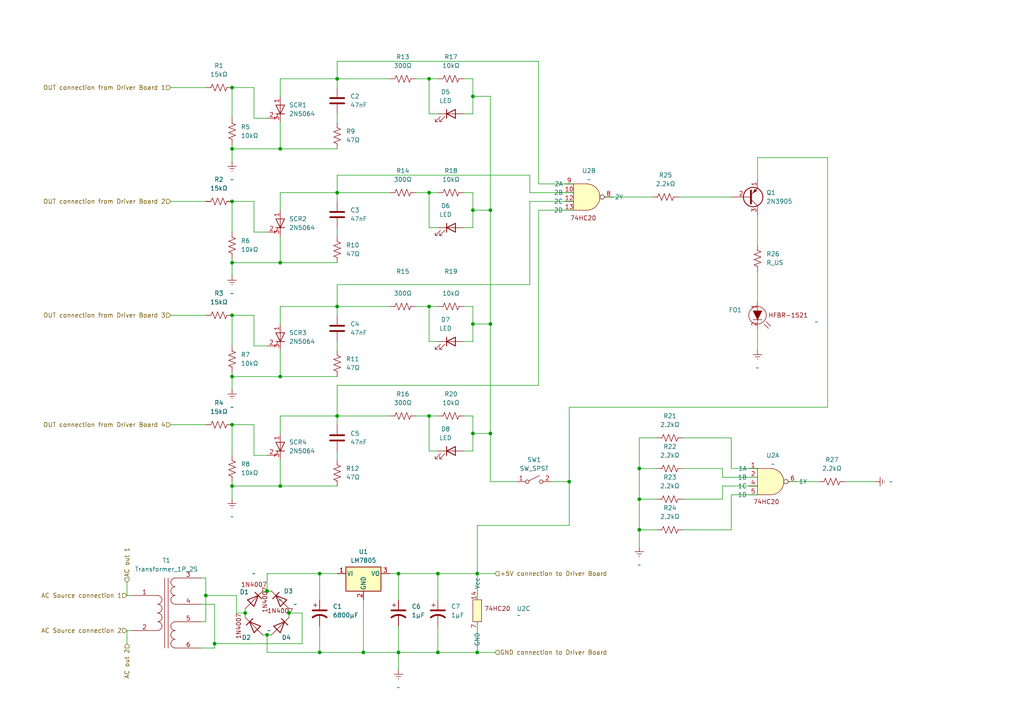
<source format=kicad_sch>
(kicad_sch (version 20231120) (generator "eeschema") (generator_version "8.0")
  (paper "A4")
  (title_block (title "SPA Fault Board") (date "2024-08-22") (rev "0") (company "Columbia Plasma Physics Laboratory") (comment 1 "Author: Maxwell Epstein"))
  (lib_symbols
    (symbol "DIY_ICs:1N4007_45_Deg"
      (property "Reference" "D" (at 0 0 0))
      (symbol "1N4007_45_Deg_0_1"
        (polyline (pts (xy -1.27 -1.27) (xy -2.54 -2.54)))
        (polyline (pts (xy -1.27 -1.27) (xy 2.54 2.54)))
      )
      (symbol "1N4007_45_Deg_1_1"
        (polyline (pts (xy 0.2904 2.2167) (xy 2.1954 0.3117)) (stroke (width 0.254)))
        (polyline (pts (xy -1.905 0) (xy 0 -1.905) (xy 1.27 1.27) (xy -1.905 0)) (stroke (width 0.254)))
        (text "1N4007" (at 0 4.445 0) (effects (font (size 1.27 1.27))))
        (pin passive line (at -2.54 -2.54 180) (length 0) (name "~") (number ""))
        (pin passive line (at 2.54 2.54 0) (length 0) (name "~") (number ""))
      )
    )
    (symbol "DIY_ICs:74HC20"
      (property "Reference" "U" (at 0 0 0))
      (symbol "74HC20_1_1"
        (polyline (pts (xy -2.54 2.54) (xy -2.54 2.54)))
        (polyline (pts (xy 1.27 -3.81) (xy -2.54 -3.81) (xy -2.54 3.81) (xy 1.27 3.81)) (fill (type background)))
        (arc (start 1.27 -3.81) (mid 3.9641 -2.6941) (end 5.08 0) (fill (type background)))
        (arc (start 5.08 0) (mid 3.9641 2.6941) (end 1.27 3.81) (fill (type background)))
        (circle (center 5.715 0) (radius 0.635))
        (text "74HC20\n" (at 0 -5.842 0) (effects (font (size 1.27 1.27))))
        (pin input line (at -2.54 3.81 180) (length 2.54) (name "1A") (number "1"))
        (pin input line (at -2.54 1.27 180) (length 2.54) (name "1B") (number "2"))
        (pin input line (at -2.54 -1.27 180) (length 2.54) (name "1C") (number "4"))
        (pin input line (at -2.54 -3.81 180) (length 2.54) (name "1D") (number "5"))
        (pin output line (at 6.35 0 0) (length 2.54) (name "1Y") (number "6"))
      )
      (symbol "74HC20_2_1"
        (polyline (pts (xy -2.54 2.54) (xy -2.54 2.54)))
        (polyline (pts (xy 1.27 -3.81) (xy -2.54 -3.81) (xy -2.54 3.81) (xy 1.27 3.81)) (fill (type background)))
        (arc (start 1.27 -3.81) (mid 3.9641 -2.6941) (end 5.08 0) (fill (type background)))
        (arc (start 5.08 0) (mid 3.9641 2.6941) (end 1.27 3.81) (fill (type background)))
        (circle (center 5.715 0) (radius 0.635))
        (text "74HC20\n" (at 0.254 -6.096 0) (effects (font (size 1.27 1.27))))
        (pin input line (at -2.54 1.27 180) (length 2.54) (name "2B") (number "10"))
        (pin input line (at -2.54 -1.27 180) (length 2.54) (name "2C") (number "12"))
        (pin input line (at -2.54 -3.81 180) (length 2.54) (name "2D") (number "13"))
        (pin output line (at 6.35 0 0) (length 2.54) (name "2Y") (number "8"))
        (pin input line (at -2.54 3.81 180) (length 2.54) (name "2A") (number "9"))
      )
      (symbol "74HC20_3_1"
        (rectangle (start -1.27 2.54) (end 1.27 -3.81) (fill (type background)))
        (text "74HC20\n" (at 5.842 0 0) (effects (font (size 1.27 1.27))))
        (pin power_in line (at 0 2.54 90) (length 2.54) (name "Vcc") (number "14"))
        (pin power_in line (at 0 -3.81 270) (length 2.54) (name "GND") (number "7"))
      )
    )
    (symbol "Device:C" (pin_numbers hide) (pin_names (offset 0.254))
      (property "Reference" "C" (at 0.635 2.54 0))
      (property "Value" "C" (at 0.635 -2.54 0))
      (symbol "C_0_1"
        (polyline (pts (xy -2.032 -0.762) (xy 2.032 -0.762)) (stroke (width 0.508)))
        (polyline (pts (xy -2.032 0.762) (xy 2.032 0.762)) (stroke (width 0.508)))
      )
      (symbol "C_1_1"
        (pin passive line (at 0 3.81 270) (length 2.794) (name "~") (number "1"))
        (pin passive line (at 0 -3.81 90) (length 2.794) (name "~") (number "2"))
      )
    )
    (symbol "Device:C_Polarized_US" (pin_numbers hide) (pin_names (offset 0.254) hide)
      (property "Reference" "C" (at 0.635 2.54 0))
      (property "Value" "C_Polarized_US" (at 0.635 -2.54 0))
      (symbol "C_Polarized_US_0_1"
        (polyline (pts (xy -2.032 0.762) (xy 2.032 0.762)) (stroke (width 0.508)))
        (polyline (pts (xy -1.778 2.286) (xy -0.762 2.286)))
        (polyline (pts (xy -1.27 1.778) (xy -1.27 2.794)))
        (arc (start 2.032 -1.27) (mid 0 -0.5572) (end -2.032 -1.27) (stroke (width 0.508)))
      )
      (symbol "C_Polarized_US_1_1"
        (pin passive line (at 0 3.81 270) (length 2.794) (name "~") (number "1"))
        (pin passive line (at 0 -3.81 90) (length 3.302) (name "~") (number "2"))
      )
    )
    (symbol "Device:LED" (pin_numbers hide) (pin_names (offset 1.016) hide)
      (property "Reference" "D" (at 0 2.54 0))
      (property "Value" "LED" (at 0 -2.54 0))
      (symbol "LED_0_1"
        (polyline (pts (xy -1.27 -1.27) (xy -1.27 1.27)) (stroke (width 0.254)))
        (polyline (pts (xy -1.27 0) (xy 1.27 0)))
        (polyline (pts (xy 1.27 -1.27) (xy 1.27 1.27) (xy -1.27 0) (xy 1.27 -1.27)) (stroke (width 0.254)))
        (polyline (pts (xy -3.048 -0.762) (xy -4.572 -2.286) (xy -3.81 -2.286) (xy -4.572 -2.286) (xy -4.572 -1.524)))
        (polyline (pts (xy -1.778 -0.762) (xy -3.302 -2.286) (xy -2.54 -2.286) (xy -3.302 -2.286) (xy -3.302 -1.524)))
      )
      (symbol "LED_1_1"
        (pin passive line (at -3.81 0 0) (length 2.54) (name "K") (number "1"))
        (pin passive line (at 3.81 0 180) (length 2.54) (name "A") (number "2"))
      )
    )
    (symbol "Device:Q_SCR_AGK" (pin_names (offset 0) hide)
      (property "Reference" "D" (at 1.905 0.635 0))
      (property "Value" "Q_SCR_AGK" (at 1.905 -1.27 0))
      (symbol "Q_SCR_AGK_0_1"
        (polyline (pts (xy -1.27 -2.54) (xy -0.635 -1.27)))
        (polyline (pts (xy -1.27 -1.27) (xy 1.27 -1.27)) (stroke (width 0.2032)))
        (polyline (pts (xy 0 -2.54) (xy 0 2.54)))
        (polyline (pts (xy -1.27 1.27) (xy 1.27 1.27) (xy 0 -1.27) (xy -1.27 1.27)) (stroke (width 0.2032)))
      )
      (symbol "Q_SCR_AGK_1_1"
        (pin passive line (at 0 3.81 270) (length 2.54) (name "A") (number "1"))
        (pin input line (at -3.81 -2.54 0) (length 2.54) (name "G") (number "2"))
        (pin passive line (at 0 -3.81 90) (length 2.54) (name "K") (number "3"))
      )
    )
    (symbol "Device:R_US" (pin_numbers hide) (pin_names (offset 0))
      (property "Reference" "R" (at 2.54 0 90))
      (property "Value" "R_US" (at -2.54 0 90))
      (symbol "R_US_0_1"
        (polyline (pts (xy 0 -2.286) (xy 0 -2.54)))
        (polyline (pts (xy 0 2.286) (xy 0 2.54)))
        (polyline (pts (xy 0 -0.762) (xy 1.016 -1.143) (xy 0 -1.524) (xy -1.016 -1.905) (xy 0 -2.286)))
        (polyline (pts (xy 0 0.762) (xy 1.016 0.381) (xy 0 0) (xy -1.016 -0.381) (xy 0 -0.762)))
        (polyline (pts (xy 0 2.286) (xy 1.016 1.905) (xy 0 1.524) (xy -1.016 1.143) (xy 0 0.762)))
      )
      (symbol "R_US_1_1"
        (pin passive line (at 0 3.81 270) (length 1.27) (name "~") (number "1"))
        (pin passive line (at 0 -3.81 90) (length 1.27) (name "~") (number "2"))
      )
    )
    (symbol "Device:Transformer_1P_2S" (pin_names (offset 1.016) hide)
      (property "Reference" "T" (at 0 12.7 0))
      (property "Value" "Transformer_1P_2S" (at 0 -12.7 0))
      (symbol "Transformer_1P_2S_0_1"
        (arc (start -2.54 -5.0546) (mid -1.6599 -4.6901) (end -1.27 -3.81))
        (arc (start -2.54 -2.5146) (mid -1.6599 -2.1501) (end -1.27 -1.27))
        (arc (start -2.54 0.0254) (mid -1.6599 0.3899) (end -1.27 1.27))
        (arc (start -2.54 2.5654) (mid -1.6599 2.9299) (end -1.27 3.81))
        (arc (start -1.27 -3.81) (mid -1.642 -2.912) (end -2.54 -2.54))
        (arc (start -1.27 -1.27) (mid -1.642 -0.372) (end -2.54 0))
        (arc (start -1.27 1.27) (mid -1.642 2.168) (end -2.54 2.54))
        (arc (start -1.27 3.81) (mid -1.642 4.708) (end -2.54 5.08))
        (polyline (pts (xy -0.508 -10.16) (xy -0.508 10.16)))
        (polyline (pts (xy 0.508 10.16) (xy 0.508 -10.16)))
        (arc (start 1.2954 -8.89) (mid 1.6599 -9.7701) (end 2.54 -10.1346))
        (arc (start 1.2954 -6.35) (mid 1.6599 -7.2301) (end 2.54 -7.5946))
        (arc (start 1.2954 -3.81) (mid 1.6599 -4.6901) (end 2.54 -5.0546))
        (arc (start 1.2954 3.81) (mid 1.6599 2.9299) (end 2.54 2.5654))
        (arc (start 1.2954 6.35) (mid 1.6599 5.4699) (end 2.54 5.1054))
        (arc (start 1.2954 8.89) (mid 1.6599 8.0099) (end 2.54 7.6454))
        (arc (start 2.54 -7.62) (mid 1.642 -7.992) (end 1.2954 -8.89))
        (arc (start 2.54 -5.08) (mid 1.642 -5.452) (end 1.2954 -6.35))
        (arc (start 2.54 -2.54) (mid 1.642 -2.912) (end 1.2954 -3.81))
        (arc (start 2.54 5.08) (mid 1.642 4.708) (end 1.2954 3.81))
        (arc (start 2.54 7.62) (mid 1.642 7.248) (end 1.2954 6.35))
        (arc (start 2.54 10.16) (mid 1.642 9.788) (end 1.2954 8.89))
      )
      (symbol "Transformer_1P_2S_1_1"
        (pin passive line (at -10.16 5.08 0) (length 7.62) (name "AA") (number "1"))
        (pin passive line (at -10.16 -5.08 0) (length 7.62) (name "AB") (number "2"))
        (pin passive line (at 10.16 10.16 180) (length 7.62) (name "SA") (number "3"))
        (pin passive line (at 10.16 2.54 180) (length 7.62) (name "SB") (number "4"))
        (pin passive line (at 10.16 -2.54 180) (length 7.62) (name "SC") (number "5"))
        (pin passive line (at 10.16 -10.16 180) (length 7.62) (name "SD") (number "6"))
      )
    )
    (symbol "F_O_Driver_Library:HFBR-1521"
      (property "Reference" "FO" (at 0 0 0))
      (symbol "HFBR-1521_1_1"
        (polyline (pts (xy -1.27 0) (xy 1.27 0)))
        (polyline (pts (xy 1.905 -1.27) (xy 3.175 -2.54)))
        (polyline (pts (xy 2.54 -0.635) (xy 3.81 -1.905)))
        (polyline (pts (xy 0 0) (xy 1.27 2.54) (xy -1.27 2.54) (xy 0 0)) (fill (type outline)))
        (circle (center 0 1.27) (radius 2.54))
        (text "HFBR-1521" (at 8.89 1.27 0) (effects (font (size 1.27 1.27))))
        (pin input line (at 0 5.08 270) (length 2.54) (name "") (number "1"))
        (pin output line (at 0 -2.54 90) (length 2.54) (name "") (number "2"))
      )
    )
    (symbol "Regulator_Linear:LM7805_TO220" (pin_names (offset 0.254))
      (property "Reference" "U" (at -3.81 3.175 0))
      (property "Value" "LM7805_TO220" (at 0 3.175 0))
      (symbol "LM7805_TO220_0_1"
        (rectangle (start -5.08 1.905) (end 5.08 -5.08) (stroke (width 0.254)) (fill (type background)))
      )
      (symbol "LM7805_TO220_1_1"
        (pin power_in line (at -7.62 0 0) (length 2.54) (name "VI") (number "1"))
        (pin power_in line (at 0 -7.62 90) (length 2.54) (name "GND") (number "2"))
        (pin power_out line (at 7.62 0 180) (length 2.54) (name "VO") (number "3"))
      )
    )
    (symbol "Switch:SW_SPST" (pin_names (offset 0) hide)
      (property "Reference" "SW" (at 0 3.175 0))
      (property "Value" "SW_SPST" (at 0 -2.54 0))
      (symbol "SW_SPST_0_0"
        (circle (center -2.032 0) (radius 0.508))
        (polyline (pts (xy -1.524 0.254) (xy 1.524 1.778)))
        (circle (center 2.032 0) (radius 0.508))
      )
      (symbol "SW_SPST_1_1"
        (pin passive line (at -5.08 0 0) (length 2.54) (name "A") (number "1"))
        (pin passive line (at 5.08 0 180) (length 2.54) (name "B") (number "2"))
      )
    )
    (symbol "Transistor_BJT:2N3905" (pin_names (offset 0) hide)
      (property "Reference" "Q" (at 5.08 1.905 0))
      (property "Value" "2N3905" (at 5.08 0 0))
      (symbol "2N3905_0_1"
        (polyline (pts (xy 0.635 0.635) (xy 2.54 2.54)))
        (polyline (pts (xy 0.635 -0.635) (xy 2.54 -2.54) (xy 2.54 -2.54)))
        (polyline (pts (xy 0.635 1.905) (xy 0.635 -1.905) (xy 0.635 -1.905)) (stroke (width 0.508)))
        (polyline (pts (xy 2.286 -1.778) (xy 1.778 -2.286) (xy 1.27 -1.27) (xy 2.286 -1.778) (xy 2.286 -1.778)) (fill (type outline)))
        (circle (center 1.27 0) (radius 2.8194) (stroke (width 0.254)))
      )
      (symbol "2N3905_1_1"
        (pin passive line (at 2.54 -5.08 90) (length 2.54) (name "E") (number "1"))
        (pin input line (at -5.08 0 0) (length 5.715) (name "B") (number "2"))
        (pin passive line (at 2.54 5.08 270) (length 2.54) (name "C") (number "3"))
      )
    )
    (symbol "power:Earth" (power) (pin_numbers hide) (pin_names (offset 0) hide)
      (property "Value" "Earth" (at 0 -3.81 0))
      (symbol "Earth_0_1"
        (polyline (pts (xy -0.635 -1.905) (xy 0.635 -1.905)))
        (polyline (pts (xy -0.127 -2.54) (xy 0.127 -2.54)))
        (polyline (pts (xy 0 -1.27) (xy 0 0)))
        (polyline (pts (xy 1.27 -1.27) (xy -1.27 -1.27)))
      )
      (symbol "Earth_1_1"
        (pin power_in line (at 0 0 270) (length 0) (name "~") (number "1"))
      )
    )
  )
  (junction (at 137.16 93.98))
  (junction (at 142.24 60.96))
  (junction (at 115.57 166.37))
  (junction (at 185.42 144.78))
  (junction (at 67.31 58.42))
  (junction (at 97.79 88.9))
  (junction (at 77.47 171.45))
  (junction (at 92.71 189.23))
  (junction (at 138.43 189.23))
  (junction (at 142.24 125.73))
  (junction (at 77.47 184.15))
  (junction (at 124.46 22.86))
  (junction (at 81.28 109.22))
  (junction (at 105.41 189.23))
  (junction (at 67.31 76.2))
  (junction (at 185.42 135.89))
  (junction (at 124.46 55.88))
  (junction (at 67.31 91.44))
  (junction (at 124.46 120.65))
  (junction (at 127 166.37))
  (junction (at 185.42 153.67))
  (junction (at 81.28 76.2))
  (junction (at 59.69 172.72))
  (junction (at 115.57 189.23))
  (junction (at 127 189.23))
  (junction (at 67.31 25.4))
  (junction (at 137.16 125.73))
  (junction (at 97.79 120.65))
  (junction (at 67.31 43.18))
  (junction (at 97.79 22.86))
  (junction (at 97.79 55.88))
  (junction (at 142.24 93.98))
  (junction (at 62.23 186.69))
  (junction (at 138.43 166.37))
  (junction (at 83.82 177.8))
  (junction (at 67.31 123.19))
  (junction (at 81.28 140.97))
  (junction (at 165.1 139.7))
  (junction (at 92.71 166.37))
  (junction (at 137.16 60.96))
  (junction (at 67.31 109.22))
  (junction (at 81.28 43.18))
  (junction (at 71.12 177.8))
  (junction (at 124.46 88.9))
  (junction (at 67.31 140.97))
  (junction (at 137.16 27.94))
  (wire (pts (xy 124.46 99.06) (xy 124.46 88.9)))
  (wire (pts (xy 58.42 167.64) (xy 59.69 167.64)))
  (wire (pts (xy 113.03 166.37) (xy 115.57 166.37)))
  (wire (pts (xy 156.21 111.76) (xy 97.79 111.76)))
  (wire (pts (xy 153.67 50.8) (xy 153.67 55.88)))
  (wire (pts (xy 219.71 52.07) (xy 219.71 45.72)))
  (wire (pts (xy 137.16 130.81) (xy 134.62 130.81)))
  (wire (pts (xy 156.21 53.34) (xy 166.37 53.34)))
  (wire (pts (xy 209.55 135.89) (xy 198.12 135.89)))
  (wire (pts (xy 97.79 82.55) (xy 97.79 88.9)))
  (wire (pts (xy 165.1 152.4) (xy 138.43 152.4)))
  (wire (pts (xy 137.16 93.98) (xy 137.16 99.06)))
  (wire (pts (xy 58.42 175.26) (xy 62.23 175.26)))
  (wire (pts (xy 153.67 55.88) (xy 166.37 55.88)))
  (wire (pts (xy 67.31 91.44) (xy 67.31 100.33)))
  (wire (pts (xy 62.23 186.69) (xy 62.23 187.96)))
  (wire (pts (xy 137.16 55.88) (xy 137.16 60.96)))
  (wire (pts (xy 153.67 58.42) (xy 153.67 82.55)))
  (wire (pts (xy 175.26 57.15) (xy 189.23 57.15)))
  (wire (pts (xy 185.42 153.67) (xy 185.42 158.75)))
  (wire (pts (xy 97.79 17.78) (xy 156.21 17.78)))
  (wire (pts (xy 115.57 181.61) (xy 115.57 189.23)))
  (wire (pts (xy 49.53 58.42) (xy 59.69 58.42)))
  (wire (pts (xy 81.28 55.88) (xy 81.28 60.96)))
  (wire (pts (xy 120.65 55.88) (xy 124.46 55.88)))
  (wire (pts (xy 67.31 58.42) (xy 73.66 58.42)))
  (wire (pts (xy 67.31 123.19) (xy 67.31 132.08)))
  (wire (pts (xy 97.79 88.9) (xy 97.79 91.44)))
  (wire (pts (xy 137.16 125.73) (xy 137.16 130.81)))
  (wire (pts (xy 219.71 78.74) (xy 219.71 87.63)))
  (wire (pts (xy 209.55 138.43) (xy 209.55 135.89)))
  (wire (pts (xy 58.42 180.34) (xy 59.69 180.34)))
  (wire (pts (xy 71.12 177.8) (xy 71.12 179.07)))
  (wire (pts (xy 115.57 166.37) (xy 115.57 173.99)))
  (wire (pts (xy 127 33.02) (xy 124.46 33.02)))
  (wire (pts (xy 165.1 139.7) (xy 165.1 152.4)))
  (wire (pts (xy 76.2 184.15) (xy 77.47 184.15)))
  (wire (pts (xy 67.31 140.97) (xy 81.28 140.97)))
  (wire (pts (xy 137.16 93.98) (xy 142.24 93.98)))
  (wire (pts (xy 137.16 55.88) (xy 134.62 55.88)))
  (wire (pts (xy 142.24 60.96) (xy 142.24 27.94)))
  (wire (pts (xy 67.31 76.2) (xy 81.28 76.2)))
  (wire (pts (xy 92.71 166.37) (xy 97.79 166.37)))
  (wire (pts (xy 73.66 67.31) (xy 77.47 67.31)))
  (wire (pts (xy 97.79 55.88) (xy 81.28 55.88)))
  (wire (pts (xy 81.28 76.2) (xy 81.28 68.58)))
  (wire (pts (xy 219.71 45.72) (xy 240.03 45.72)))
  (wire (pts (xy 49.53 91.44) (xy 59.69 91.44)))
  (wire (pts (xy 142.24 60.96) (xy 142.24 93.98)))
  (wire (pts (xy 137.16 125.73) (xy 142.24 125.73)))
  (wire (pts (xy 124.46 130.81) (xy 124.46 120.65)))
  (wire (pts (xy 127 181.61) (xy 127 189.23)))
  (wire (pts (xy 97.79 120.65) (xy 97.79 123.19)))
  (wire (pts (xy 127 130.81) (xy 124.46 130.81)))
  (wire (pts (xy 67.31 123.19) (xy 73.66 123.19)))
  (wire (pts (xy 115.57 166.37) (xy 127 166.37)))
  (wire (pts (xy 81.28 76.2) (xy 97.79 76.2)))
  (wire (pts (xy 137.16 60.96) (xy 142.24 60.96)))
  (wire (pts (xy 138.43 152.4) (xy 138.43 166.37)))
  (wire (pts (xy 73.66 100.33) (xy 77.47 100.33)))
  (wire (pts (xy 81.28 22.86) (xy 81.28 27.94)))
  (wire (pts (xy 115.57 189.23) (xy 115.57 194.31)))
  (wire (pts (xy 67.31 25.4) (xy 73.66 25.4)))
  (wire (pts (xy 137.16 33.02) (xy 134.62 33.02)))
  (wire (pts (xy 67.31 43.18) (xy 81.28 43.18)))
  (wire (pts (xy 156.21 17.78) (xy 156.21 53.34)))
  (wire (pts (xy 73.66 132.08) (xy 77.47 132.08)))
  (wire (pts (xy 97.79 22.86) (xy 97.79 25.4)))
  (wire (pts (xy 81.28 88.9) (xy 81.28 93.98)))
  (wire (pts (xy 190.5 127) (xy 185.42 127)))
  (wire (pts (xy 209.55 140.97) (xy 209.55 144.78)))
  (wire (pts (xy 137.16 120.65) (xy 134.62 120.65)))
  (wire (pts (xy 68.58 172.72) (xy 68.58 177.8)))
  (wire (pts (xy 196.85 57.15) (xy 212.09 57.15)))
  (wire (pts (xy 77.47 184.15) (xy 77.47 189.23)))
  (wire (pts (xy 71.12 177.8) (xy 71.12 176.53)))
  (wire (pts (xy 212.09 135.89) (xy 219.71 135.89)))
  (wire (pts (xy 166.37 58.42) (xy 153.67 58.42)))
  (wire (pts (xy 127 189.23) (xy 138.43 189.23)))
  (wire (pts (xy 137.16 99.06) (xy 134.62 99.06)))
  (wire (pts (xy 142.24 27.94) (xy 137.16 27.94)))
  (wire (pts (xy 137.16 60.96) (xy 137.16 66.04)))
  (wire (pts (xy 124.46 88.9) (xy 127 88.9)))
  (wire (pts (xy 73.66 34.29) (xy 77.47 34.29)))
  (wire (pts (xy 97.79 55.88) (xy 113.03 55.88)))
  (wire (pts (xy 124.46 120.65) (xy 127 120.65)))
  (wire (pts (xy 198.12 127) (xy 212.09 127)))
  (wire (pts (xy 36.83 182.88) (xy 38.1 182.88)))
  (wire (pts (xy 97.79 88.9) (xy 113.03 88.9)))
  (wire (pts (xy 105.41 173.99) (xy 105.41 189.23)))
  (wire (pts (xy 97.79 22.86) (xy 81.28 22.86)))
  (wire (pts (xy 212.09 143.51) (xy 219.71 143.51)))
  (wire (pts (xy 73.66 58.42) (xy 73.66 67.31)))
  (wire (pts (xy 142.24 139.7) (xy 149.86 139.7)))
  (wire (pts (xy 185.42 144.78) (xy 190.5 144.78)))
  (wire (pts (xy 97.79 99.06) (xy 97.79 101.6)))
  (wire (pts (xy 49.53 25.4) (xy 59.69 25.4)))
  (wire (pts (xy 190.5 153.67) (xy 185.42 153.67)))
  (wire (pts (xy 77.47 166.37) (xy 92.71 166.37)))
  (wire (pts (xy 156.21 60.96) (xy 156.21 111.76)))
  (wire (pts (xy 62.23 175.26) (xy 62.23 186.69)))
  (wire (pts (xy 127 166.37) (xy 138.43 166.37)))
  (wire (pts (xy 73.66 25.4) (xy 73.66 34.29)))
  (wire (pts (xy 67.31 139.7) (xy 67.31 140.97)))
  (wire (pts (xy 137.16 88.9) (xy 137.16 93.98)))
  (wire (pts (xy 127 66.04) (xy 124.46 66.04)))
  (wire (pts (xy 36.83 182.88) (xy 36.83 186.69)))
  (wire (pts (xy 240.03 45.72) (xy 240.03 118.11)))
  (wire (pts (xy 67.31 58.42) (xy 67.31 67.31)))
  (wire (pts (xy 185.42 135.89) (xy 185.42 144.78)))
  (wire (pts (xy 97.79 120.65) (xy 113.03 120.65)))
  (wire (pts (xy 67.31 109.22) (xy 67.31 113.03)))
  (wire (pts (xy 219.71 138.43) (xy 209.55 138.43)))
  (wire (pts (xy 124.46 55.88) (xy 127 55.88)))
  (wire (pts (xy 59.69 172.72) (xy 68.58 172.72)))
  (wire (pts (xy 67.31 107.95) (xy 67.31 109.22)))
  (wire (pts (xy 87.63 177.8) (xy 83.82 177.8)))
  (wire (pts (xy 81.28 43.18) (xy 97.79 43.18)))
  (wire (pts (xy 77.47 184.15) (xy 78.74 184.15)))
  (wire (pts (xy 58.42 187.96) (xy 62.23 187.96)))
  (wire (pts (xy 105.41 189.23) (xy 115.57 189.23)))
  (wire (pts (xy 92.71 189.23) (xy 92.71 181.61)))
  (wire (pts (xy 97.79 130.81) (xy 97.79 133.35)))
  (wire (pts (xy 127 99.06) (xy 124.46 99.06)))
  (wire (pts (xy 97.79 55.88) (xy 97.79 58.42)))
  (wire (pts (xy 73.66 123.19) (xy 73.66 132.08)))
  (wire (pts (xy 77.47 171.45) (xy 78.74 171.45)))
  (wire (pts (xy 137.16 22.86) (xy 137.16 27.94)))
  (wire (pts (xy 219.71 140.97) (xy 209.55 140.97)))
  (wire (pts (xy 67.31 91.44) (xy 73.66 91.44)))
  (wire (pts (xy 138.43 189.23) (xy 143.51 189.23)))
  (wire (pts (xy 198.12 153.67) (xy 212.09 153.67)))
  (wire (pts (xy 87.63 186.69) (xy 87.63 177.8)))
  (wire (pts (xy 137.16 22.86) (xy 134.62 22.86)))
  (wire (pts (xy 209.55 144.78) (xy 198.12 144.78)))
  (wire (pts (xy 228.6 139.7) (xy 237.49 139.7)))
  (wire (pts (xy 92.71 173.99) (xy 92.71 166.37)))
  (wire (pts (xy 137.16 66.04) (xy 134.62 66.04)))
  (wire (pts (xy 67.31 109.22) (xy 81.28 109.22)))
  (wire (pts (xy 142.24 125.73) (xy 142.24 139.7)))
  (wire (pts (xy 160.02 139.7) (xy 165.1 139.7)))
  (wire (pts (xy 81.28 109.22) (xy 81.28 101.6)))
  (wire (pts (xy 59.69 167.64) (xy 59.69 172.72)))
  (wire (pts (xy 97.79 88.9) (xy 81.28 88.9)))
  (wire (pts (xy 185.42 144.78) (xy 185.42 153.67)))
  (wire (pts (xy 36.83 168.91) (xy 36.83 172.72)))
  (wire (pts (xy 67.31 74.93) (xy 67.31 76.2)))
  (wire (pts (xy 77.47 171.45) (xy 77.47 166.37)))
  (wire (pts (xy 97.79 22.86) (xy 97.79 17.78)))
  (wire (pts (xy 166.37 60.96) (xy 156.21 60.96)))
  (wire (pts (xy 97.79 33.02) (xy 97.79 35.56)))
  (wire (pts (xy 76.2 171.45) (xy 77.47 171.45)))
  (wire (pts (xy 97.79 55.88) (xy 97.79 50.8)))
  (wire (pts (xy 138.43 166.37) (xy 138.43 173.99)))
  (wire (pts (xy 67.31 43.18) (xy 67.31 46.99)))
  (wire (pts (xy 83.82 177.8) (xy 83.82 179.07)))
  (wire (pts (xy 49.53 123.19) (xy 59.69 123.19)))
  (wire (pts (xy 97.79 120.65) (xy 81.28 120.65)))
  (wire (pts (xy 81.28 109.22) (xy 97.79 109.22)))
  (wire (pts (xy 124.46 33.02) (xy 124.46 22.86)))
  (wire (pts (xy 219.71 62.23) (xy 219.71 71.12)))
  (wire (pts (xy 124.46 22.86) (xy 127 22.86)))
  (wire (pts (xy 97.79 50.8) (xy 153.67 50.8)))
  (wire (pts (xy 120.65 120.65) (xy 124.46 120.65)))
  (wire (pts (xy 97.79 66.04) (xy 97.79 68.58)))
  (wire (pts (xy 67.31 41.91) (xy 67.31 43.18)))
  (wire (pts (xy 67.31 140.97) (xy 67.31 144.78)))
  (wire (pts (xy 73.66 91.44) (xy 73.66 100.33)))
  (wire (pts (xy 137.16 120.65) (xy 137.16 125.73)))
  (wire (pts (xy 81.28 120.65) (xy 81.28 125.73)))
  (wire (pts (xy 92.71 189.23) (xy 105.41 189.23)))
  (wire (pts (xy 115.57 189.23) (xy 127 189.23)))
  (wire (pts (xy 81.28 140.97) (xy 97.79 140.97)))
  (wire (pts (xy 62.23 186.69) (xy 87.63 186.69)))
  (wire (pts (xy 137.16 27.94) (xy 137.16 33.02)))
  (wire (pts (xy 59.69 180.34) (xy 59.69 172.72)))
  (wire (pts (xy 83.82 177.8) (xy 83.82 176.53)))
  (wire (pts (xy 185.42 127) (xy 185.42 135.89)))
  (wire (pts (xy 97.79 22.86) (xy 113.03 22.86)))
  (wire (pts (xy 219.71 101.6) (xy 219.71 95.25)))
  (wire (pts (xy 77.47 189.23) (xy 92.71 189.23)))
  (wire (pts (xy 81.28 43.18) (xy 81.28 35.56)))
  (wire (pts (xy 120.65 22.86) (xy 124.46 22.86)))
  (wire (pts (xy 138.43 166.37) (xy 143.51 166.37)))
  (wire (pts (xy 124.46 66.04) (xy 124.46 55.88)))
  (wire (pts (xy 97.79 111.76) (xy 97.79 120.65)))
  (wire (pts (xy 165.1 118.11) (xy 165.1 139.7)))
  (wire (pts (xy 142.24 93.98) (xy 142.24 125.73)))
  (wire (pts (xy 67.31 25.4) (xy 67.31 34.29)))
  (wire (pts (xy 137.16 88.9) (xy 134.62 88.9)))
  (wire (pts (xy 81.28 140.97) (xy 81.28 133.35)))
  (wire (pts (xy 185.42 135.89) (xy 190.5 135.89)))
  (wire (pts (xy 138.43 180.34) (xy 138.43 189.23)))
  (wire (pts (xy 153.67 82.55) (xy 97.79 82.55)))
  (wire (pts (xy 68.58 177.8) (xy 71.12 177.8)))
  (wire (pts (xy 212.09 153.67) (xy 212.09 143.51)))
  (wire (pts (xy 240.03 118.11) (xy 165.1 118.11)))
  (wire (pts (xy 245.11 139.7) (xy 254 139.7)))
  (wire (pts (xy 127 173.99) (xy 127 166.37)))
  (wire (pts (xy 120.65 88.9) (xy 124.46 88.9)))
  (wire (pts (xy 67.31 76.2) (xy 67.31 80.01)))
  (wire (pts (xy 36.83 172.72) (xy 38.1 172.72)))
  (wire (pts (xy 212.09 127) (xy 212.09 135.89)))
  (hierarchical_label "OUT connection from Driver Board 3" (shape input) (at 49.53 91.44 180))
  (hierarchical_label "+5V connection to Driver Board" (shape input) (at 143.51 166.37 0))
  (hierarchical_label "OUT connection from Driver Board 1" (shape input) (at 49.53 25.4 180))
  (hierarchical_label "OUT connection from Driver Board 2" (shape input) (at 49.53 58.42 180))
  (hierarchical_label "AC Source connection 2" (shape input) (at 36.83 182.88 180))
  (hierarchical_label "OUT connection from Driver Board 4" (shape input) (at 49.53 123.19 180))
  (hierarchical_label "GND connection to Driver Board" (shape input) (at 143.51 189.23 0))
  (hierarchical_label "AC out 2" (shape input) (at 36.83 186.69 270))
  (hierarchical_label "AC out 1" (shape input) (at 36.83 168.91 90))
  (hierarchical_label "AC Source connection 1" (shape input) (at 36.83 172.72 180))
  (symbol (lib_id "DIY_ICs:1N4007_45_Deg") (at 73.66 181.61 90) (unit 1)
    (property "Reference" "D2" (at 70.104 184.912 90) (effects (justify right)))
    (property "Value" "~" (at 77.47 182.88 90) (effects (justify right)))
  )
  (symbol (lib_id "Device:Q_SCR_AGK") (at 81.28 129.54 0) (unit 1)
    (property "Reference" "SCR4" (at 83.82 128.2699 0) (effects (justify left)))
    (property "Value" "2N5064" (at 83.82 130.8099 0) (effects (justify left)))
    (property "Description" "Silicon controlled rectifier, anode/gate/cathode" (effects (hide yes)))
  )
  (symbol (lib_id "Device:R_US") (at 63.5 58.42 90) (unit 1)
    (property "Reference" "R2" (at 63.5 52.07 90))
    (property "Value" "15kΩ" (at 63.5 54.61 90))
    (property "Description" "Resistor, US symbol" (effects (hide yes)))
  )
  (symbol (lib_id "Device:LED") (at 130.81 130.81 0) (unit 1)
    (property "Reference" "D8" (at 129.2225 124.46 0))
    (property "Value" "LED" (at 129.2225 127 0))
    (property "Description" "Light emitting diode" (effects (hide yes)))
  )
  (symbol (lib_id "Device:C_Polarized_US") (at 115.57 177.8 0) (unit 1)
    (property "Reference" "C6" (at 119.38 175.8949 0) (effects (justify left)))
    (property "Value" "1µF" (at 119.38 178.4349 0) (effects (justify left)))
    (property "Description" "Polarized capacitor, US symbol" (effects (hide yes)))
  )
  (symbol (lib_id "Device:Q_SCR_AGK") (at 81.28 64.77 0) (unit 1)
    (property "Reference" "SCR2" (at 83.82 63.4999 0) (effects (justify left)))
    (property "Value" "2N5064" (at 83.82 66.0399 0) (effects (justify left)))
    (property "Description" "Silicon controlled rectifier, anode/gate/cathode" (effects (hide yes)))
  )
  (symbol (lib_id "Device:R_US") (at 130.81 88.9 270) (unit 1)
    (property "Reference" "R19" (at 130.81 78.74 90))
    (property "Value" "10kΩ" (at 130.81 85.09 90))
    (property "Description" "Resistor, US symbol" (effects (hide yes)))
  )
  (symbol (lib_id "power:Earth") (at 219.71 101.6 0) (unit 1)
    (property "Reference" "#PWR01" (effects (hide yes)))
    (property "Value" "~" (at 219.71 106.68 0))
    (property "Description" "Power symbol creates a global label with name \"Earth\"" (effects (hide yes)))
  )
  (symbol (lib_id "power:Earth") (at 67.31 113.03 0) (unit 1)
    (property "Reference" "#PWR04" (effects (hide yes)))
    (property "Value" "~" (at 67.31 118.11 0))
    (property "Description" "Power symbol creates a global label with name \"Earth\"" (effects (hide yes)))
  )
  (symbol (lib_id "Device:LED") (at 130.81 33.02 0) (unit 1)
    (property "Reference" "D5" (at 129.2225 26.67 0))
    (property "Value" "LED" (at 129.2225 29.21 0))
    (property "Description" "Light emitting diode" (effects (hide yes)))
  )
  (symbol (lib_id "Device:R_US") (at 241.3 139.7 270) (unit 1)
    (property "Reference" "R27" (at 241.3 133.35 90))
    (property "Value" "2.2kΩ" (at 241.3 135.89 90))
    (property "Description" "Resistor, US symbol" (effects (hide yes)))
  )
  (symbol (lib_id "Device:R_US") (at 67.31 135.89 180) (unit 1)
    (property "Reference" "R8" (at 69.85 134.6199 0) (effects (justify right)))
    (property "Value" "10kΩ" (at 69.85 137.1599 0) (effects (justify right)))
    (property "Description" "Resistor, US symbol" (effects (hide yes)))
  )
  (symbol (lib_id "DIY_ICs:74HC20") (at 222.25 139.7 0) (unit 1)
    (property "Reference" "U2" (at 224.155 132.08 0))
    (property "Value" "~" (at 224.155 134.62 0))
  )
  (symbol (lib_id "DIY_ICs:1N4007_45_Deg") (at 81.28 173.99 90) (unit 1)
    (property "Reference" "D3" (at 82.296 171.45 90) (effects (justify right)))
    (property "Value" "~" (at 85.09 175.26 90) (effects (justify right)))
  )
  (symbol (lib_id "Device:R_US") (at 194.31 135.89 270) (unit 1)
    (property "Reference" "R22" (at 194.31 129.54 90))
    (property "Value" "2.2kΩ" (at 194.31 132.08 90))
    (property "Description" "Resistor, US symbol" (effects (hide yes)))
  )
  (symbol (lib_id "Device:R_US") (at 194.31 144.78 270) (unit 1)
    (property "Reference" "R23" (at 194.31 138.43 90))
    (property "Value" "2.2kΩ" (at 194.31 140.97 90))
    (property "Description" "Resistor, US symbol" (effects (hide yes)))
  )
  (symbol (lib_id "DIY_ICs:74HC20") (at 138.43 176.53 0) (unit 3)
    (property "Reference" "U2" (at 149.86 176.5299 0) (effects (justify left)))
    (property "Value" "~" (at 149.86 178.435 0) (effects (justify left)))
  )
  (symbol (lib_id "Device:C_Polarized_US") (at 127 177.8 0) (unit 1)
    (property "Reference" "C7" (at 130.81 175.8949 0) (effects (justify left)))
    (property "Value" "1µF" (at 130.81 178.4349 0) (effects (justify left)))
    (property "Description" "Polarized capacitor, US symbol" (effects (hide yes)))
  )
  (symbol (lib_id "Device:R_US") (at 97.79 39.37 180) (unit 1)
    (property "Reference" "R9" (at 100.33 38.0999 0) (effects (justify right)))
    (property "Value" "47Ω" (at 100.33 40.6399 0) (effects (justify right)))
    (property "Description" "Resistor, US symbol" (effects (hide yes)))
  )
  (symbol (lib_id "Device:C") (at 97.79 127 0) (unit 1)
    (property "Reference" "C5" (at 101.6 125.7299 0) (effects (justify left)))
    (property "Value" "47nF" (at 101.6 128.2699 0) (effects (justify left)))
    (property "Description" "Unpolarized capacitor" (effects (hide yes)))
  )
  (symbol (lib_id "Device:R_US") (at 97.79 105.41 180) (unit 1)
    (property "Reference" "R11" (at 100.33 104.1399 0) (effects (justify right)))
    (property "Value" "47Ω" (at 100.33 106.6799 0) (effects (justify right)))
    (property "Description" "Resistor, US symbol" (effects (hide yes)))
  )
  (symbol (lib_id "power:Earth") (at 254 139.7 90) (unit 1)
    (property "Reference" "#PWR08" (effects (hide yes)))
    (property "Value" "~" (at 257.81 139.7 90) (effects (justify right)))
    (property "Description" "Power symbol creates a global label with name \"Earth\"" (effects (hide yes)))
  )
  (symbol (lib_id "Regulator_Linear:LM7805_TO220") (at 105.41 166.37 0) (unit 1)
    (property "Reference" "U1" (at 105.41 160.02 0))
    (property "Value" "LM7805" (at 105.41 162.56 0))
    (property "Footprint" "Package_TO_SOT_THT:TO-220-3_Vertical" (effects (hide yes)))
    (property "Datasheet" "https://www.onsemi.cn/PowerSolutions/document/MC7800-D.PDF" (effects (hide yes)))
    (property "Description" "Positive 1A 35V Linear Regulator, Fixed Output 5V, TO-220" (effects (hide yes)))
  )
  (symbol (lib_id "Device:R_US") (at 63.5 123.19 90) (unit 1)
    (property "Reference" "R4" (at 63.5 116.84 90))
    (property "Value" "15kΩ" (at 63.5 119.38 90))
    (property "Description" "Resistor, US symbol" (effects (hide yes)))
  )
  (symbol (lib_id "Device:C") (at 97.79 29.21 0) (unit 1)
    (property "Reference" "C2" (at 101.6 27.9399 0) (effects (justify left)))
    (property "Value" "47nF" (at 101.6 30.4799 0) (effects (justify left)))
    (property "Description" "Unpolarized capacitor" (effects (hide yes)))
  )
  (symbol (lib_id "F_O_Driver_Library:HFBR-1521") (at 219.71 92.71 0) (unit 1)
    (property "Reference" "FO1" (at 211.328 89.916 0) (effects (justify left)))
    (property "Value" "~" (at 236.22 93.345 0) (effects (justify left)))
  )
  (symbol (lib_id "power:Earth") (at 67.31 46.99 0) (unit 1)
    (property "Reference" "#PWR02" (effects (hide yes)))
    (property "Value" "~" (at 67.31 52.07 0))
    (property "Description" "Power symbol creates a global label with name \"Earth\"" (effects (hide yes)))
  )
  (symbol (lib_id "Device:Q_SCR_AGK") (at 81.28 31.75 0) (unit 1)
    (property "Reference" "SCR1" (at 83.82 30.4799 0) (effects (justify left)))
    (property "Value" "2N5064" (at 83.82 33.0199 0) (effects (justify left)))
    (property "Description" "Silicon controlled rectifier, anode/gate/cathode" (effects (hide yes)))
  )
  (symbol (lib_id "power:Earth") (at 185.42 158.75 0) (unit 1)
    (property "Reference" "#PWR06" (effects (hide yes)))
    (property "Value" "~" (at 185.42 163.83 0))
    (property "Description" "Power symbol creates a global label with name \"Earth\"" (effects (hide yes)))
  )
  (symbol (lib_id "Device:R_US") (at 130.81 120.65 270) (unit 1)
    (property "Reference" "R20" (at 130.81 114.3 90))
    (property "Value" "10kΩ" (at 130.81 116.84 90))
    (property "Description" "Resistor, US symbol" (effects (hide yes)))
  )
  (symbol (lib_id "Device:R_US") (at 116.84 22.86 270) (unit 1)
    (property "Reference" "R13" (at 116.84 16.51 90))
    (property "Value" "300Ω" (at 116.84 19.05 90))
    (property "Description" "Resistor, US symbol" (effects (hide yes)))
  )
  (symbol (lib_id "Device:LED") (at 130.81 66.04 0) (unit 1)
    (property "Reference" "D6" (at 129.2225 59.69 0))
    (property "Value" "LED" (at 129.2225 62.23 0))
    (property "Description" "Light emitting diode" (effects (hide yes)))
  )
  (symbol (lib_id "Transistor_BJT:2N3905") (at 217.17 57.15 0) (mirror x) (unit 1)
    (property "Reference" "Q1" (at 222.25 55.8799 0) (effects (justify left)))
    (property "Value" "2N3905" (at 222.25 58.4199 0) (effects (justify left)))
    (property "Footprint" "Package_TO_SOT_THT:TO-92_Inline" (effects (hide yes)))
    (property "Datasheet" "https://www.nteinc.com/specs/original/2N3905_06.pdf" (effects (hide yes)))
    (property "Description" "-0.2A Ic, -40V Vce, Small Signal PNP Transistor, TO-92" (effects (hide yes)))
  )
  (symbol (lib_id "Switch:SW_SPST") (at 154.94 139.7 0) (unit 1)
    (property "Reference" "SW1" (at 154.94 133.35 0))
    (property "Value" "SW_SPST" (at 154.94 135.89 0))
    (property "Description" "Single Pole Single Throw (SPST) switch" (effects (hide yes)))
  )
  (symbol (lib_id "Device:LED") (at 130.81 99.06 0) (unit 1)
    (property "Reference" "D7" (at 129.2225 92.71 0))
    (property "Value" "LED" (at 129.2225 95.25 0))
    (property "Description" "Light emitting diode" (effects (hide yes)))
  )
  (symbol (lib_id "Device:R_US") (at 116.84 88.9 270) (unit 1)
    (property "Reference" "R15" (at 116.84 78.74 90))
    (property "Value" "300Ω" (at 116.84 85.09 90))
    (property "Description" "Resistor, US symbol" (effects (hide yes)))
  )
  (symbol (lib_id "Device:C") (at 97.79 95.25 0) (unit 1)
    (property "Reference" "C4" (at 101.6 93.9799 0) (effects (justify left)))
    (property "Value" "47nF" (at 101.6 96.5199 0) (effects (justify left)))
    (property "Description" "Unpolarized capacitor" (effects (hide yes)))
  )
  (symbol (lib_id "Device:C_Polarized_US") (at 92.71 177.8 0) (unit 1)
    (property "Reference" "C1" (at 96.52 175.8949 0) (effects (justify left)))
    (property "Value" "6800µF" (at 96.52 178.4349 0) (effects (justify left)))
    (property "Description" "Polarized capacitor, US symbol" (effects (hide yes)))
  )
  (symbol (lib_id "Device:R_US") (at 130.81 22.86 270) (unit 1)
    (property "Reference" "R17" (at 130.81 16.51 90))
    (property "Value" "10kΩ" (at 130.81 19.05 90))
    (property "Description" "Resistor, US symbol" (effects (hide yes)))
  )
  (symbol (lib_id "Device:R_US") (at 116.84 120.65 270) (unit 1)
    (property "Reference" "R16" (at 116.84 114.3 90))
    (property "Value" "300Ω" (at 116.84 116.84 90))
    (property "Description" "Resistor, US symbol" (effects (hide yes)))
  )
  (symbol (lib_id "DIY_ICs:74HC20") (at 168.91 57.15 0) (unit 2)
    (property "Reference" "U2" (at 170.815 49.53 0))
    (property "Value" "~" (at 170.815 52.07 0))
  )
  (symbol (lib_id "DIY_ICs:1N4007_45_Deg") (at 81.28 181.61 0) (unit 1)
    (property "Reference" "D4" (at 83.058 184.912 0))
    (property "Value" "~" (at 81.28 173.99 0))
  )
  (symbol (lib_id "Device:R_US") (at 130.81 55.88 270) (unit 1)
    (property "Reference" "R18" (at 130.81 49.53 90))
    (property "Value" "10kΩ" (at 130.81 52.07 90))
    (property "Description" "Resistor, US symbol" (effects (hide yes)))
  )
  (symbol (lib_id "power:Earth") (at 67.31 144.78 0) (unit 1)
    (property "Reference" "#PWR05" (effects (hide yes)))
    (property "Value" "~" (at 67.31 149.86 0))
    (property "Description" "Power symbol creates a global label with name \"Earth\"" (effects (hide yes)))
  )
  (symbol (lib_id "power:Earth") (at 115.57 194.31 0) (unit 1)
    (property "Reference" "#PWR07" (effects (hide yes)))
    (property "Value" "~" (at 115.57 199.39 0))
    (property "Description" "Power symbol creates a global label with name \"Earth\"" (effects (hide yes)))
  )
  (symbol (lib_id "Device:R_US") (at 63.5 25.4 90) (unit 1)
    (property "Reference" "R1" (at 63.5 19.05 90))
    (property "Value" "15kΩ" (at 63.5 21.59 90))
    (property "Description" "Resistor, US symbol" (effects (hide yes)))
  )
  (symbol (lib_id "Device:R_US") (at 67.31 71.12 180) (unit 1)
    (property "Reference" "R6" (at 69.85 69.8499 0) (effects (justify right)))
    (property "Value" "10kΩ" (at 69.85 72.3899 0) (effects (justify right)))
    (property "Description" "Resistor, US symbol" (effects (hide yes)))
  )
  (symbol (lib_id "Device:Transformer_1P_2S") (at 48.26 177.8 0) (unit 1)
    (property "Reference" "T1" (at 48.26 162.56 0))
    (property "Value" "Transformer_1P_2S" (at 48.26 165.1 0))
    (property "Description" "Transformer, single primary, dual secondary" (effects (hide yes)))
  )
  (symbol (lib_id "Device:R_US") (at 193.04 57.15 90) (unit 1)
    (property "Reference" "R25" (at 193.04 50.8 90))
    (property "Value" "2.2kΩ" (at 193.04 53.34 90))
    (property "Description" "Resistor, US symbol" (effects (hide yes)))
  )
  (symbol (lib_id "Device:R_US") (at 63.5 91.44 90) (unit 1)
    (property "Reference" "R3" (at 63.5 85.09 90))
    (property "Value" "15kΩ" (at 63.5 87.63 90))
    (property "Description" "Resistor, US symbol" (effects (hide yes)))
  )
  (symbol (lib_id "Device:C") (at 97.79 62.23 0) (unit 1)
    (property "Reference" "C3" (at 101.6 60.9599 0) (effects (justify left)))
    (property "Value" "47nF" (at 101.6 63.4999 0) (effects (justify left)))
    (property "Description" "Unpolarized capacitor" (effects (hide yes)))
  )
  (symbol (lib_id "Device:Q_SCR_AGK") (at 81.28 97.79 0) (unit 1)
    (property "Reference" "SCR3" (at 83.82 96.5199 0) (effects (justify left)))
    (property "Value" "2N5064" (at 83.82 99.0599 0) (effects (justify left)))
    (property "Description" "Silicon controlled rectifier, anode/gate/cathode" (effects (hide yes)))
  )
  (symbol (lib_id "DIY_ICs:1N4007_45_Deg") (at 73.66 173.99 0) (unit 1)
    (property "Reference" "D1" (at 70.866 171.704 0))
    (property "Value" "~" (at 73.66 166.37 0))
  )
  (symbol (lib_id "Device:R_US") (at 67.31 38.1 180) (unit 1)
    (property "Reference" "R5" (at 69.85 36.8299 0) (effects (justify right)))
    (property "Value" "10kΩ" (at 69.85 39.3699 0) (effects (justify right)))
    (property "Description" "Resistor, US symbol" (effects (hide yes)))
  )
  (symbol (lib_id "Device:R_US") (at 97.79 137.16 180) (unit 1)
    (property "Reference" "R12" (at 100.33 135.8899 0) (effects (justify right)))
    (property "Value" "47Ω" (at 100.33 138.4299 0) (effects (justify right)))
    (property "Description" "Resistor, US symbol" (effects (hide yes)))
  )
  (symbol (lib_id "Device:R_US") (at 194.31 127 270) (unit 1)
    (property "Reference" "R21" (at 194.31 120.65 90))
    (property "Value" "2.2kΩ" (at 194.31 123.19 90))
    (property "Description" "Resistor, US symbol" (effects (hide yes)))
  )
  (symbol (lib_id "Device:R_US") (at 67.31 104.14 180) (unit 1)
    (property "Reference" "R7" (at 69.85 102.8699 0) (effects (justify right)))
    (property "Value" "10kΩ" (at 69.85 105.4099 0) (effects (justify right)))
    (property "Description" "Resistor, US symbol" (effects (hide yes)))
  )
  (symbol (lib_id "power:Earth") (at 67.31 80.01 0) (unit 1)
    (property "Reference" "#PWR03" (effects (hide yes)))
    (property "Value" "~" (at 67.31 85.09 0))
    (property "Description" "Power symbol creates a global label with name \"Earth\"" (effects (hide yes)))
  )
  (symbol (lib_id "Device:R_US") (at 97.79 72.39 180) (unit 1)
    (property "Reference" "R10" (at 100.33 71.1199 0) (effects (justify right)))
    (property "Value" "47Ω" (at 100.33 73.6599 0) (effects (justify right)))
    (property "Description" "Resistor, US symbol" (effects (hide yes)))
  )
  (symbol (lib_id "Device:R_US") (at 219.71 74.93 0) (unit 1)
    (property "Reference" "R26" (at 222.25 73.6599 0) (effects (justify left)))
    (property "Value" "R_US" (at 222.25 76.1999 0) (effects (justify left)))
    (property "Description" "Resistor, US symbol" (effects (hide yes)))
  )
  (symbol (lib_id "Device:R_US") (at 116.84 55.88 270) (unit 1)
    (property "Reference" "R14" (at 116.84 49.53 90))
    (property "Value" "300Ω" (at 116.84 52.07 90))
    (property "Description" "Resistor, US symbol" (effects (hide yes)))
  )
  (symbol (lib_id "Device:R_US") (at 194.31 153.67 270) (unit 1)
    (property "Reference" "R24" (at 194.31 147.32 90))
    (property "Value" "2.2kΩ" (at 194.31 149.86 90))
    (property "Description" "Resistor, US symbol" (effects (hide yes)))
  )
)
</source>
